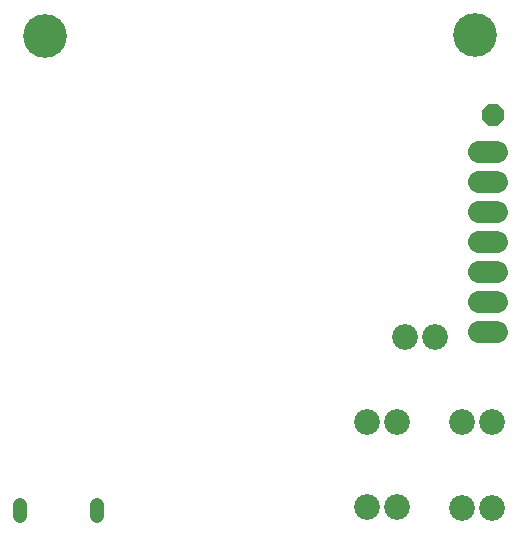
<source format=gbr>
G04 EAGLE Gerber RS-274X export*
G75*
%MOMM*%
%FSLAX34Y34*%
%LPD*%
%INSoldermask Bottom*%
%IPPOS*%
%AMOC8*
5,1,8,0,0,1.08239X$1,22.5*%
G01*
%ADD10C,3.704800*%
%ADD11C,1.828800*%
%ADD12P,1.979475X8X22.500000*%
%ADD13C,1.204800*%
%ADD14C,2.184400*%


D10*
X31000Y417000D03*
X395000Y418000D03*
D11*
X398080Y318500D02*
X413320Y318500D01*
X413320Y293100D02*
X398080Y293100D01*
X398080Y267700D02*
X413320Y267700D01*
X413320Y242300D02*
X398080Y242300D01*
X398080Y216900D02*
X413320Y216900D01*
X413320Y191500D02*
X398080Y191500D01*
X398080Y166100D02*
X413320Y166100D01*
D12*
X410000Y350000D03*
D13*
X9000Y19500D02*
X9000Y10500D01*
X75000Y10500D02*
X75000Y19500D01*
D14*
X384000Y17000D03*
X409400Y17000D03*
X303000Y18000D03*
X328400Y18000D03*
X384000Y90500D03*
X409400Y90500D03*
X303000Y90500D03*
X328400Y90500D03*
X335000Y162000D03*
X360400Y162000D03*
M02*

</source>
